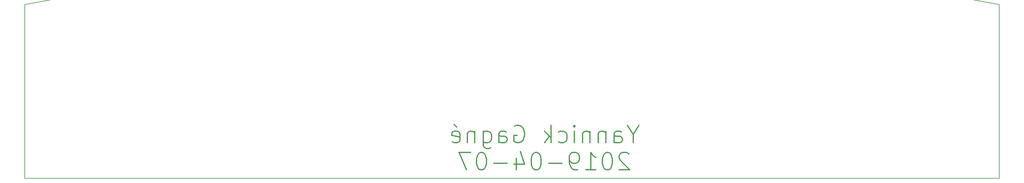
<source format=gbr>
%TF.GenerationSoftware,KiCad,Pcbnew,5.0.2-bee76a0~70~ubuntu18.04.1*%
%TF.CreationDate,2019-04-07T12:31:35-04:00*%
%TF.ProjectId,pcbnameplate,7063626e-616d-4657-906c-6174652e6b69,rev?*%
%TF.SameCoordinates,Original*%
%TF.FileFunction,Legend,Bot*%
%TF.FilePolarity,Positive*%
%FSLAX46Y46*%
G04 Gerber Fmt 4.6, Leading zero omitted, Abs format (unit mm)*
G04 Created by KiCad (PCBNEW 5.0.2-bee76a0~70~ubuntu18.04.1) date Sun 07 Apr 2019 12:31:35 PM EDT*
%MOMM*%
%LPD*%
G01*
G04 APERTURE LIST*
%ADD10C,0.300000*%
%ADD11C,0.200000*%
G04 APERTURE END LIST*
D10*
X211480390Y-126130552D02*
X211480390Y-128511504D01*
X213147057Y-123511504D02*
X211480390Y-126130552D01*
X209813723Y-123511504D01*
X206004200Y-128511504D02*
X206004200Y-125892457D01*
X206242295Y-125416266D01*
X206718485Y-125178171D01*
X207670866Y-125178171D01*
X208147057Y-125416266D01*
X206004200Y-128273409D02*
X206480390Y-128511504D01*
X207670866Y-128511504D01*
X208147057Y-128273409D01*
X208385152Y-127797219D01*
X208385152Y-127321028D01*
X208147057Y-126844838D01*
X207670866Y-126606742D01*
X206480390Y-126606742D01*
X206004200Y-126368647D01*
X203623247Y-125178171D02*
X203623247Y-128511504D01*
X203623247Y-125654361D02*
X203385152Y-125416266D01*
X202908961Y-125178171D01*
X202194676Y-125178171D01*
X201718485Y-125416266D01*
X201480390Y-125892457D01*
X201480390Y-128511504D01*
X199099438Y-125178171D02*
X199099438Y-128511504D01*
X199099438Y-125654361D02*
X198861342Y-125416266D01*
X198385152Y-125178171D01*
X197670866Y-125178171D01*
X197194676Y-125416266D01*
X196956580Y-125892457D01*
X196956580Y-128511504D01*
X194575628Y-128511504D02*
X194575628Y-125178171D01*
X194575628Y-123511504D02*
X194813723Y-123749600D01*
X194575628Y-123987695D01*
X194337533Y-123749600D01*
X194575628Y-123511504D01*
X194575628Y-123987695D01*
X190051819Y-128273409D02*
X190528009Y-128511504D01*
X191480390Y-128511504D01*
X191956580Y-128273409D01*
X192194676Y-128035314D01*
X192432771Y-127559123D01*
X192432771Y-126130552D01*
X192194676Y-125654361D01*
X191956580Y-125416266D01*
X191480390Y-125178171D01*
X190528009Y-125178171D01*
X190051819Y-125416266D01*
X187908961Y-128511504D02*
X187908961Y-123511504D01*
X187432771Y-126606742D02*
X186004200Y-128511504D01*
X186004200Y-125178171D02*
X187908961Y-127082933D01*
X177432771Y-123749600D02*
X177908961Y-123511504D01*
X178623247Y-123511504D01*
X179337533Y-123749600D01*
X179813723Y-124225790D01*
X180051819Y-124701980D01*
X180289914Y-125654361D01*
X180289914Y-126368647D01*
X180051819Y-127321028D01*
X179813723Y-127797219D01*
X179337533Y-128273409D01*
X178623247Y-128511504D01*
X178147057Y-128511504D01*
X177432771Y-128273409D01*
X177194676Y-128035314D01*
X177194676Y-126368647D01*
X178147057Y-126368647D01*
X172908961Y-128511504D02*
X172908961Y-125892457D01*
X173147057Y-125416266D01*
X173623247Y-125178171D01*
X174575628Y-125178171D01*
X175051819Y-125416266D01*
X172908961Y-128273409D02*
X173385152Y-128511504D01*
X174575628Y-128511504D01*
X175051819Y-128273409D01*
X175289914Y-127797219D01*
X175289914Y-127321028D01*
X175051819Y-126844838D01*
X174575628Y-126606742D01*
X173385152Y-126606742D01*
X172908961Y-126368647D01*
X168385152Y-125178171D02*
X168385152Y-129225790D01*
X168623247Y-129701980D01*
X168861342Y-129940076D01*
X169337533Y-130178171D01*
X170051819Y-130178171D01*
X170528009Y-129940076D01*
X168385152Y-128273409D02*
X168861342Y-128511504D01*
X169813723Y-128511504D01*
X170289914Y-128273409D01*
X170528009Y-128035314D01*
X170766104Y-127559123D01*
X170766104Y-126130552D01*
X170528009Y-125654361D01*
X170289914Y-125416266D01*
X169813723Y-125178171D01*
X168861342Y-125178171D01*
X168385152Y-125416266D01*
X166004200Y-125178171D02*
X166004200Y-128511504D01*
X166004200Y-125654361D02*
X165766104Y-125416266D01*
X165289914Y-125178171D01*
X164575628Y-125178171D01*
X164099438Y-125416266D01*
X163861342Y-125892457D01*
X163861342Y-128511504D01*
X159575628Y-128273409D02*
X160051819Y-128511504D01*
X161004200Y-128511504D01*
X161480390Y-128273409D01*
X161718485Y-127797219D01*
X161718485Y-125892457D01*
X161480390Y-125416266D01*
X161004200Y-125178171D01*
X160051819Y-125178171D01*
X159575628Y-125416266D01*
X159337533Y-125892457D01*
X159337533Y-126368647D01*
X161718485Y-126844838D01*
X160051819Y-123273409D02*
X160766104Y-123987695D01*
X210289914Y-131787695D02*
X210051819Y-131549600D01*
X209575628Y-131311504D01*
X208385152Y-131311504D01*
X207908961Y-131549600D01*
X207670866Y-131787695D01*
X207432771Y-132263885D01*
X207432771Y-132740076D01*
X207670866Y-133454361D01*
X210528009Y-136311504D01*
X207432771Y-136311504D01*
X204337533Y-131311504D02*
X203861342Y-131311504D01*
X203385152Y-131549600D01*
X203147057Y-131787695D01*
X202908961Y-132263885D01*
X202670866Y-133216266D01*
X202670866Y-134406742D01*
X202908961Y-135359123D01*
X203147057Y-135835314D01*
X203385152Y-136073409D01*
X203861342Y-136311504D01*
X204337533Y-136311504D01*
X204813723Y-136073409D01*
X205051819Y-135835314D01*
X205289914Y-135359123D01*
X205528009Y-134406742D01*
X205528009Y-133216266D01*
X205289914Y-132263885D01*
X205051819Y-131787695D01*
X204813723Y-131549600D01*
X204337533Y-131311504D01*
X197908961Y-136311504D02*
X200766104Y-136311504D01*
X199337533Y-136311504D02*
X199337533Y-131311504D01*
X199813723Y-132025790D01*
X200289914Y-132501980D01*
X200766104Y-132740076D01*
X195528009Y-136311504D02*
X194575628Y-136311504D01*
X194099438Y-136073409D01*
X193861342Y-135835314D01*
X193385152Y-135121028D01*
X193147057Y-134168647D01*
X193147057Y-132263885D01*
X193385152Y-131787695D01*
X193623247Y-131549600D01*
X194099438Y-131311504D01*
X195051819Y-131311504D01*
X195528009Y-131549600D01*
X195766104Y-131787695D01*
X196004200Y-132263885D01*
X196004200Y-133454361D01*
X195766104Y-133930552D01*
X195528009Y-134168647D01*
X195051819Y-134406742D01*
X194099438Y-134406742D01*
X193623247Y-134168647D01*
X193385152Y-133930552D01*
X193147057Y-133454361D01*
X191004200Y-134406742D02*
X187194676Y-134406742D01*
X183861342Y-131311504D02*
X183385152Y-131311504D01*
X182908961Y-131549600D01*
X182670866Y-131787695D01*
X182432771Y-132263885D01*
X182194676Y-133216266D01*
X182194676Y-134406742D01*
X182432771Y-135359123D01*
X182670866Y-135835314D01*
X182908961Y-136073409D01*
X183385152Y-136311504D01*
X183861342Y-136311504D01*
X184337533Y-136073409D01*
X184575628Y-135835314D01*
X184813723Y-135359123D01*
X185051819Y-134406742D01*
X185051819Y-133216266D01*
X184813723Y-132263885D01*
X184575628Y-131787695D01*
X184337533Y-131549600D01*
X183861342Y-131311504D01*
X177908961Y-132978171D02*
X177908961Y-136311504D01*
X179099438Y-131073409D02*
X180289914Y-134644838D01*
X177194676Y-134644838D01*
X175289914Y-134406742D02*
X171480390Y-134406742D01*
X168147057Y-131311504D02*
X167670866Y-131311504D01*
X167194676Y-131549600D01*
X166956580Y-131787695D01*
X166718485Y-132263885D01*
X166480390Y-133216266D01*
X166480390Y-134406742D01*
X166718485Y-135359123D01*
X166956580Y-135835314D01*
X167194676Y-136073409D01*
X167670866Y-136311504D01*
X168147057Y-136311504D01*
X168623247Y-136073409D01*
X168861342Y-135835314D01*
X169099438Y-135359123D01*
X169337533Y-134406742D01*
X169337533Y-133216266D01*
X169099438Y-132263885D01*
X168861342Y-131787695D01*
X168623247Y-131549600D01*
X168147057Y-131311504D01*
X164813723Y-131311504D02*
X161480390Y-131311504D01*
X163623247Y-136311504D01*
D11*
X36677600Y-138734800D02*
X36677600Y-88734800D01*
X316677600Y-138734800D02*
X316677600Y-88734800D01*
X36677600Y-88734800D02*
G75*
G02X316677600Y-88734800I140000000J-730000000D01*
G01*
X36677600Y-138734800D02*
X316677600Y-138734800D01*
M02*

</source>
